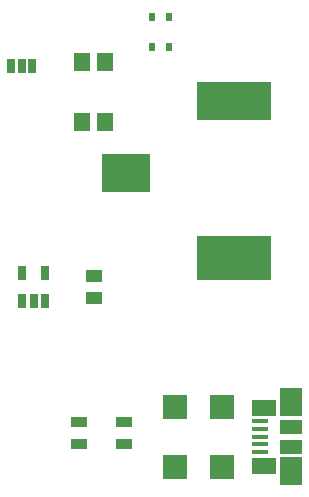
<source format=gtp>
G04*
G04 #@! TF.GenerationSoftware,Altium Limited,Altium Designer,22.5.1 (42)*
G04*
G04 Layer_Color=8421504*
%FSLAX43Y43*%
%MOMM*%
G71*
G04*
G04 #@! TF.SameCoordinates,A77E8290-A955-47A2-8026-EEB05ABB935E*
G04*
G04*
G04 #@! TF.FilePolarity,Positive*
G04*
G01*
G75*
%ADD17R,0.600X0.800*%
%ADD18R,0.635X1.270*%
%ADD19R,4.060X3.300*%
%ADD20R,6.350X3.810*%
%ADD21R,6.350X3.300*%
%ADD22R,1.350X1.550*%
%ADD23R,0.700X1.300*%
%ADD24R,1.450X1.050*%
%ADD25R,2.000X2.000*%
%ADD26R,1.380X0.450*%
%ADD27R,2.100X1.475*%
%ADD28R,1.900X2.375*%
%ADD29R,1.900X1.175*%
%ADD30R,1.400X0.950*%
D17*
X63500Y73660D02*
D03*
X62050D02*
D03*
X63500Y71120D02*
D03*
X62050D02*
D03*
D18*
X50165Y69469D02*
D03*
X51054D02*
D03*
X51943D02*
D03*
D19*
X59930Y60450D02*
D03*
D20*
X69070Y53260D02*
D03*
D21*
Y66550D02*
D03*
D22*
X56175Y69850D02*
D03*
X58125D02*
D03*
X56175Y64770D02*
D03*
X58125D02*
D03*
D23*
X51120Y52000D02*
D03*
X53020D02*
D03*
Y49600D02*
D03*
X52070D02*
D03*
X51120D02*
D03*
D24*
X57150Y49875D02*
D03*
Y51725D02*
D03*
D25*
X68040Y40640D02*
D03*
X64040D02*
D03*
X68040Y35560D02*
D03*
X64040D02*
D03*
D26*
X71200Y36800D02*
D03*
Y37450D02*
D03*
Y38100D02*
D03*
Y38750D02*
D03*
Y39400D02*
D03*
D27*
X71560Y35638D02*
D03*
Y40562D02*
D03*
D28*
X73860Y35188D02*
D03*
Y41013D02*
D03*
D29*
Y37263D02*
D03*
Y38938D02*
D03*
D30*
X59690Y39370D02*
D03*
Y37520D02*
D03*
X55880Y39370D02*
D03*
Y37520D02*
D03*
M02*

</source>
